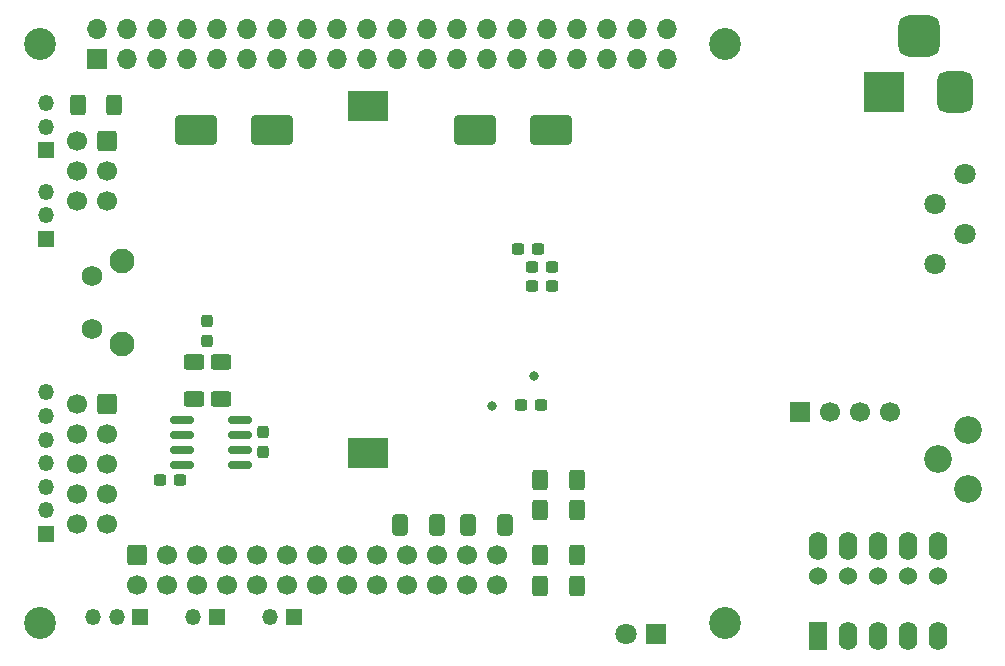
<source format=gbs>
G04 #@! TF.GenerationSoftware,KiCad,Pcbnew,9.0.2*
G04 #@! TF.CreationDate,2025-06-09T18:33:27+02:00*
G04 #@! TF.ProjectId,RPI-Electronics_V2.1,5250492d-456c-4656-9374-726f6e696373,rev?*
G04 #@! TF.SameCoordinates,Original*
G04 #@! TF.FileFunction,Soldermask,Bot*
G04 #@! TF.FilePolarity,Negative*
%FSLAX46Y46*%
G04 Gerber Fmt 4.6, Leading zero omitted, Abs format (unit mm)*
G04 Created by KiCad (PCBNEW 9.0.2) date 2025-06-09 18:33:27*
%MOMM*%
%LPD*%
G01*
G04 APERTURE LIST*
G04 Aperture macros list*
%AMRoundRect*
0 Rectangle with rounded corners*
0 $1 Rounding radius*
0 $2 $3 $4 $5 $6 $7 $8 $9 X,Y pos of 4 corners*
0 Add a 4 corners polygon primitive as box body*
4,1,4,$2,$3,$4,$5,$6,$7,$8,$9,$2,$3,0*
0 Add four circle primitives for the rounded corners*
1,1,$1+$1,$2,$3*
1,1,$1+$1,$4,$5*
1,1,$1+$1,$6,$7*
1,1,$1+$1,$8,$9*
0 Add four rect primitives between the rounded corners*
20,1,$1+$1,$2,$3,$4,$5,0*
20,1,$1+$1,$4,$5,$6,$7,0*
20,1,$1+$1,$6,$7,$8,$9,0*
20,1,$1+$1,$8,$9,$2,$3,0*%
G04 Aperture macros list end*
%ADD10R,3.500000X3.500000*%
%ADD11RoundRect,0.750000X0.750000X1.000000X-0.750000X1.000000X-0.750000X-1.000000X0.750000X-1.000000X0*%
%ADD12RoundRect,0.875000X0.875000X0.875000X-0.875000X0.875000X-0.875000X-0.875000X0.875000X-0.875000X0*%
%ADD13R,1.350000X1.350000*%
%ADD14O,1.350000X1.350000*%
%ADD15C,1.800000*%
%ADD16C,2.340000*%
%ADD17R,1.600000X2.400000*%
%ADD18C,1.524000*%
%ADD19O,1.600000X2.400000*%
%ADD20R,1.800000X1.800000*%
%ADD21C,2.700000*%
%ADD22R,1.700000X1.700000*%
%ADD23C,1.700000*%
%ADD24RoundRect,0.237500X0.300000X0.237500X-0.300000X0.237500X-0.300000X-0.237500X0.300000X-0.237500X0*%
%ADD25R,3.510000X2.540000*%
%ADD26RoundRect,0.237500X-0.300000X-0.237500X0.300000X-0.237500X0.300000X0.237500X-0.300000X0.237500X0*%
%ADD27RoundRect,0.250000X0.600000X0.600000X-0.600000X0.600000X-0.600000X-0.600000X0.600000X-0.600000X0*%
%ADD28O,1.700000X1.700000*%
%ADD29C,2.100000*%
%ADD30C,1.750000*%
%ADD31RoundRect,0.237500X-0.237500X0.300000X-0.237500X-0.300000X0.237500X-0.300000X0.237500X0.300000X0*%
%ADD32RoundRect,0.150000X0.825000X0.150000X-0.825000X0.150000X-0.825000X-0.150000X0.825000X-0.150000X0*%
%ADD33RoundRect,0.250000X-0.625000X0.400000X-0.625000X-0.400000X0.625000X-0.400000X0.625000X0.400000X0*%
%ADD34RoundRect,0.250000X0.625000X-0.400000X0.625000X0.400000X-0.625000X0.400000X-0.625000X-0.400000X0*%
%ADD35RoundRect,0.250000X-0.400000X-0.625000X0.400000X-0.625000X0.400000X0.625000X-0.400000X0.625000X0*%
%ADD36RoundRect,0.250000X-0.412500X-0.650000X0.412500X-0.650000X0.412500X0.650000X-0.412500X0.650000X0*%
%ADD37RoundRect,0.250000X-0.600000X0.600000X-0.600000X-0.600000X0.600000X-0.600000X0.600000X0.600000X0*%
%ADD38RoundRect,0.250000X1.500000X1.000000X-1.500000X1.000000X-1.500000X-1.000000X1.500000X-1.000000X0*%
%ADD39C,0.800000*%
%ADD40RoundRect,0.250000X0.400000X0.625000X-0.400000X0.625000X-0.400000X-0.625000X0.400000X-0.625000X0*%
G04 APERTURE END LIST*
D10*
X212090000Y-65982500D03*
D11*
X218090000Y-65982500D03*
D12*
X215090000Y-61282500D03*
D13*
X149152400Y-110421000D03*
D14*
X147152400Y-110421000D03*
X145152400Y-110421000D03*
D13*
X141152400Y-78421000D03*
D14*
X141152400Y-76421000D03*
X141152400Y-74421000D03*
D13*
X141152400Y-70921000D03*
D14*
X141152400Y-68921000D03*
X141152400Y-66921000D03*
D15*
X216400400Y-75439000D03*
X218940400Y-72899000D03*
X216400400Y-80519000D03*
X218940400Y-77979000D03*
D16*
X219194400Y-99569000D03*
X216694400Y-97069000D03*
X219194400Y-94569000D03*
D17*
X206499400Y-112045000D03*
D18*
X206499400Y-106965000D03*
D19*
X209039400Y-112045000D03*
D18*
X209039400Y-106965000D03*
D19*
X211579400Y-112045000D03*
D18*
X211579400Y-106965000D03*
D19*
X214119400Y-112045000D03*
D18*
X214119400Y-106965000D03*
D19*
X216659400Y-112045000D03*
D18*
X216659400Y-106965000D03*
D19*
X216659400Y-104425000D03*
X214119400Y-104425000D03*
X211579400Y-104425000D03*
X209039400Y-104425000D03*
X206499400Y-104425000D03*
D20*
X192783400Y-111888000D03*
D15*
X190243400Y-111888000D03*
D13*
X162152400Y-110421000D03*
D14*
X160152400Y-110421000D03*
D21*
X198652400Y-61921000D03*
D22*
X204978400Y-93062400D03*
D23*
X207518400Y-93062400D03*
X210058400Y-93062400D03*
X212598400Y-93062400D03*
D21*
X140652400Y-61921000D03*
D13*
X141152400Y-103421000D03*
D14*
X141152400Y-101421000D03*
X141152400Y-99421000D03*
X141152400Y-97421000D03*
X141152400Y-95421000D03*
X141152400Y-93421000D03*
X141152400Y-91421000D03*
D21*
X198652400Y-110921000D03*
X140652400Y-110921000D03*
D13*
X155652400Y-110421000D03*
D14*
X153652400Y-110421000D03*
D24*
X184015400Y-82424000D03*
X182290400Y-82424000D03*
X184038600Y-80773000D03*
X182313600Y-80773000D03*
D25*
X168402000Y-67180000D03*
X168402000Y-96540000D03*
D26*
X181374900Y-92507800D03*
X183099900Y-92507800D03*
D27*
X146352400Y-70121000D03*
D23*
X143812400Y-70121000D03*
X146352400Y-72661000D03*
X143812400Y-72661000D03*
X146352400Y-75201000D03*
X143812400Y-75201000D03*
D22*
X145522400Y-63191000D03*
D28*
X145522400Y-60651000D03*
X148062400Y-63191000D03*
X148062400Y-60651000D03*
X150602400Y-63191000D03*
X150602400Y-60651000D03*
X153142400Y-63191000D03*
X153142400Y-60651000D03*
X155682400Y-63191000D03*
X155682400Y-60651000D03*
X158222400Y-63191000D03*
X158222400Y-60651000D03*
X160762400Y-63191000D03*
X160762400Y-60651000D03*
X163302400Y-63191000D03*
X163302400Y-60651000D03*
X165842400Y-63191000D03*
X165842400Y-60651000D03*
X168382400Y-63191000D03*
X168382400Y-60651000D03*
X170922400Y-63191000D03*
X170922400Y-60651000D03*
X173462400Y-63191000D03*
X173462400Y-60651000D03*
X176002400Y-63191000D03*
X176002400Y-60651000D03*
X178542400Y-63191000D03*
X178542400Y-60651000D03*
X181082400Y-63191000D03*
X181082400Y-60651000D03*
X183622400Y-63191000D03*
X183622400Y-60651000D03*
X186162400Y-63191000D03*
X186162400Y-60651000D03*
X188702400Y-63191000D03*
X188702400Y-60651000D03*
X191242400Y-63191000D03*
X191242400Y-60651000D03*
X193782400Y-63191000D03*
X193782400Y-60651000D03*
D29*
X147573900Y-80285000D03*
X147573900Y-87295000D03*
D30*
X145083900Y-81535000D03*
X145083900Y-86035000D03*
D31*
X154805400Y-85371000D03*
X154805400Y-87096000D03*
D32*
X157597900Y-93727000D03*
X157597900Y-94997000D03*
X157597900Y-96267000D03*
X157597900Y-97537000D03*
X152647900Y-97537000D03*
X152647900Y-96267000D03*
X152647900Y-94997000D03*
X152647900Y-93727000D03*
D33*
X155948400Y-88875000D03*
X155948400Y-91975000D03*
D27*
X146352400Y-92421000D03*
D23*
X143812400Y-92421000D03*
X146352400Y-94961000D03*
X143812400Y-94961000D03*
X146352400Y-97501000D03*
X143812400Y-97501000D03*
X146352400Y-100041000D03*
X143812400Y-100041000D03*
X146352400Y-102581000D03*
X143812400Y-102581000D03*
D34*
X153662400Y-91975000D03*
X153662400Y-88875000D03*
D24*
X182845900Y-79249000D03*
X181120900Y-79249000D03*
D35*
X182999400Y-105157000D03*
X186099400Y-105157000D03*
D36*
X171119000Y-102617000D03*
X174244000Y-102617000D03*
X176864900Y-102617000D03*
X179989900Y-102617000D03*
D37*
X148852400Y-105221000D03*
D23*
X148852400Y-107761000D03*
X151392400Y-105221000D03*
X151392400Y-107761000D03*
X153932400Y-105221000D03*
X153932400Y-107761000D03*
X156472400Y-105221000D03*
X156472400Y-107761000D03*
X159012400Y-105221000D03*
X159012400Y-107761000D03*
X161552400Y-105221000D03*
X161552400Y-107761000D03*
X164092400Y-105221000D03*
X164092400Y-107761000D03*
X166632400Y-105221000D03*
X166632400Y-107761000D03*
X169172400Y-105221000D03*
X169172400Y-107761000D03*
X171712400Y-105221000D03*
X171712400Y-107761000D03*
X174252400Y-105221000D03*
X174252400Y-107761000D03*
X176792400Y-105221000D03*
X176792400Y-107761000D03*
X179332400Y-105221000D03*
X179332400Y-107761000D03*
D35*
X182999400Y-98807000D03*
X186099400Y-98807000D03*
D38*
X183963400Y-69216000D03*
X177463400Y-69216000D03*
D26*
X150831400Y-98807000D03*
X152556400Y-98807000D03*
D35*
X182999400Y-101347000D03*
X186099400Y-101347000D03*
D38*
X160341400Y-69216000D03*
X153841400Y-69216000D03*
D39*
X178935400Y-92584000D03*
X182491400Y-90044000D03*
D31*
X159567900Y-94769500D03*
X159567900Y-96494500D03*
D35*
X182999400Y-107824000D03*
X186099400Y-107824000D03*
D40*
X146957400Y-67057000D03*
X143857400Y-67057000D03*
M02*

</source>
